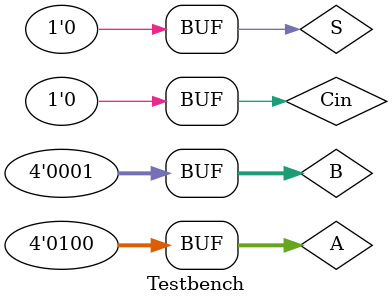
<source format=v>

`timescale 1ns / 1ps

module Testbench;

    reg [3:0] A, B;
    reg Cin, S;
    wire [3:0] Q;

    Circuit uut(

        .A(A),
        .B(B),
        .Cin(Cin),
        .S(S),
        .Q(Q)

    );

    initial begin
        
        A = 5'd4; B = 4'd1;

        #10 {Cin, S} = 2'b00;
        #10 {Cin, S} = 2'b01;
        #10 {Cin, S} = 2'b10;
        #10 {Cin, S} = 2'b11;

        #10 {Cin, S} = 2'b00;

    end

endmodule

</source>
